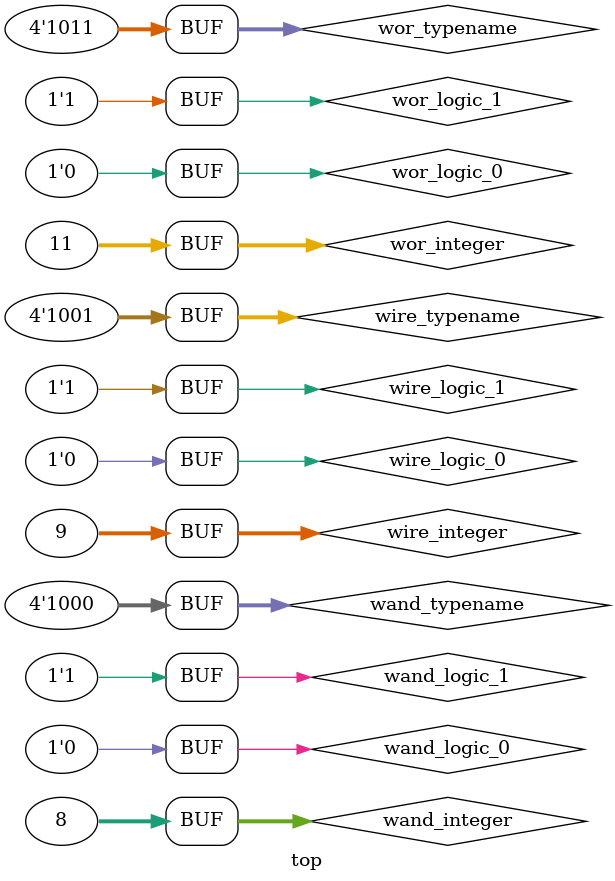
<source format=sv>
module top;
    wire logic wire_logic_0; assign wire_logic_0 = 0;
    wire logic wire_logic_1; assign wire_logic_1 = 1;
    wand logic wand_logic_0; assign wand_logic_0 = 0; assign wand_logic_0 = 1;
    wand logic wand_logic_1; assign wand_logic_1 = 1; assign wand_logic_1 = 1;
    wor logic wor_logic_0; assign wor_logic_0 = 0; assign wor_logic_0 = 0;
    wor logic wor_logic_1; assign wor_logic_1 = 1; assign wor_logic_1 = 0;

    wire integer wire_integer; assign wire_integer = 4'b1001;
    wand integer wand_integer; assign wand_integer = 4'b1001; assign wand_integer = 4'b1010;
    wor integer wor_integer; assign wor_integer = 4'b1001; assign wor_integer = 4'b1010;

    typedef logic [3:0] typename;
    wire typename wire_typename; assign wire_typename = 4'b1001;
    wand typename wand_typename; assign wand_typename = 4'b1001; assign wand_typename = 4'b1010;
    wor typename wor_typename; assign wor_typename = 4'b1001; assign wor_typename = 4'b1010;

    always @* begin
        assert (wire_logic_0 == 0);
        assert (wire_logic_1 == 1);
        assert (wand_logic_0 == 0);
        assert (wand_logic_1 == 1);
        assert (wor_logic_0 == 0);
        assert (wor_logic_1 == 1);

        assert (wire_integer == 4'b1001);
        assert (wand_integer == 4'b1000);
        assert (wor_integer == 4'b1011);

        assert (wire_typename == 4'b1001);
        assert (wand_typename == 4'b1000);
        assert (wor_typename == 4'b1011);
    end
endmodule

</source>
